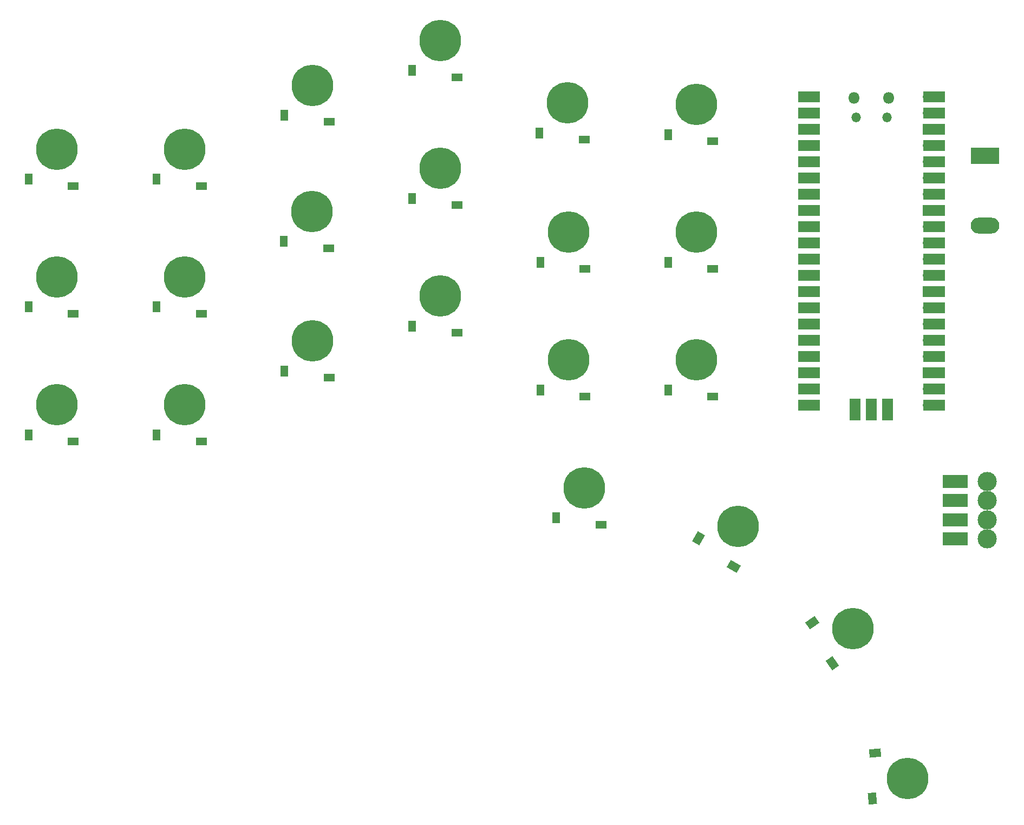
<source format=gbr>
%TF.GenerationSoftware,KiCad,Pcbnew,8.0.1*%
%TF.CreationDate,2024-05-05T07:35:19+02:00*%
%TF.ProjectId,PinkyPi,50696e6b-7950-4692-9e6b-696361645f70,rev?*%
%TF.SameCoordinates,Original*%
%TF.FileFunction,Soldermask,Top*%
%TF.FilePolarity,Negative*%
%FSLAX46Y46*%
G04 Gerber Fmt 4.6, Leading zero omitted, Abs format (unit mm)*
G04 Created by KiCad (PCBNEW 8.0.1) date 2024-05-05 07:35:19*
%MOMM*%
%LPD*%
G01*
G04 APERTURE LIST*
G04 Aperture macros list*
%AMRotRect*
0 Rectangle, with rotation*
0 The origin of the aperture is its center*
0 $1 length*
0 $2 width*
0 $3 Rotation angle, in degrees counterclockwise*
0 Add horizontal line*
21,1,$1,$2,0,0,$3*%
G04 Aperture macros list end*
%ADD10C,6.500000*%
%ADD11R,1.800000X1.300000*%
%ADD12R,1.300000X1.800000*%
%ADD13O,1.800000X1.800000*%
%ADD14O,1.500000X1.500000*%
%ADD15O,1.700000X1.700000*%
%ADD16R,3.500000X1.700000*%
%ADD17R,1.700000X1.700000*%
%ADD18R,1.700000X3.500000*%
%ADD19RotRect,1.800000X1.300000X330.000000*%
%ADD20RotRect,1.800000X1.300000X60.000000*%
%ADD21RotRect,1.800000X1.300000X275.000000*%
%ADD22RotRect,1.800000X1.300000X5.000000*%
%ADD23R,4.000000X2.000000*%
%ADD24C,3.000000*%
%ADD25RotRect,1.800000X1.300000X305.000000*%
%ADD26RotRect,1.800000X1.300000X35.000000*%
%ADD27R,4.500000X2.500000*%
%ADD28O,4.500000X2.500000*%
G04 APERTURE END LIST*
D10*
%TO.C,U7*%
X148400000Y-41750000D03*
D11*
X151000000Y-47500000D03*
D12*
X144000000Y-46450000D03*
%TD*%
D10*
%TO.C,U2*%
X128500000Y-52000000D03*
D11*
X131100000Y-57750000D03*
D12*
X124100000Y-56700000D03*
%TD*%
D10*
%TO.C,U18*%
X68500000Y-69000000D03*
D11*
X71100000Y-74750000D03*
D12*
X64100000Y-73700000D03*
%TD*%
D13*
%TO.C,U5*%
X193165000Y-40970000D03*
D14*
X193465000Y-44000000D03*
X198315000Y-44000000D03*
D13*
X198615000Y-40970000D03*
D15*
X187000000Y-40840000D03*
D16*
X186100000Y-40840000D03*
D15*
X187000000Y-43380000D03*
D16*
X186100000Y-43380000D03*
D17*
X187000000Y-45920000D03*
D16*
X186100000Y-45920000D03*
D15*
X187000000Y-48460000D03*
D16*
X186100000Y-48460000D03*
D15*
X187000000Y-51000000D03*
D16*
X186100000Y-51000000D03*
D15*
X187000000Y-53540000D03*
D16*
X186100000Y-53540000D03*
D15*
X187000000Y-56080000D03*
D16*
X186100000Y-56080000D03*
D17*
X187000000Y-58620000D03*
D16*
X186100000Y-58620000D03*
D15*
X187000000Y-61160000D03*
D16*
X186100000Y-61160000D03*
D15*
X187000000Y-63700000D03*
D16*
X186100000Y-63700000D03*
D15*
X187000000Y-66240000D03*
D16*
X186100000Y-66240000D03*
D15*
X187000000Y-68780000D03*
D16*
X186100000Y-68780000D03*
D17*
X187000000Y-71320000D03*
D16*
X186100000Y-71320000D03*
D15*
X187000000Y-73860000D03*
D16*
X186100000Y-73860000D03*
D15*
X187000000Y-76400000D03*
D16*
X186100000Y-76400000D03*
D15*
X187000000Y-78940000D03*
D16*
X186100000Y-78940000D03*
D15*
X187000000Y-81480000D03*
D16*
X186100000Y-81480000D03*
D17*
X187000000Y-84020000D03*
D16*
X186100000Y-84020000D03*
D15*
X187000000Y-86560000D03*
D16*
X186100000Y-86560000D03*
D15*
X187000000Y-89100000D03*
D16*
X186100000Y-89100000D03*
D15*
X204780000Y-89100000D03*
D16*
X205680000Y-89100000D03*
D15*
X204780000Y-86560000D03*
D16*
X205680000Y-86560000D03*
D17*
X204780000Y-84020000D03*
D16*
X205680000Y-84020000D03*
D15*
X204780000Y-81480000D03*
D16*
X205680000Y-81480000D03*
D15*
X204780000Y-78940000D03*
D16*
X205680000Y-78940000D03*
D15*
X204780000Y-76400000D03*
D16*
X205680000Y-76400000D03*
D15*
X204780000Y-73860000D03*
D16*
X205680000Y-73860000D03*
D17*
X204780000Y-71320000D03*
D16*
X205680000Y-71320000D03*
D15*
X204780000Y-68780000D03*
D16*
X205680000Y-68780000D03*
D15*
X204780000Y-66240000D03*
D16*
X205680000Y-66240000D03*
D15*
X204780000Y-63700000D03*
D16*
X205680000Y-63700000D03*
D15*
X204780000Y-61160000D03*
D16*
X205680000Y-61160000D03*
D17*
X204780000Y-58620000D03*
D16*
X205680000Y-58620000D03*
D15*
X204780000Y-56080000D03*
D16*
X205680000Y-56080000D03*
D15*
X204780000Y-53540000D03*
D16*
X205680000Y-53540000D03*
D15*
X204780000Y-51000000D03*
D16*
X205680000Y-51000000D03*
D15*
X204780000Y-48460000D03*
D16*
X205680000Y-48460000D03*
D17*
X204780000Y-45920000D03*
D16*
X205680000Y-45920000D03*
D15*
X204780000Y-43380000D03*
D16*
X205680000Y-43380000D03*
D15*
X204780000Y-40840000D03*
D16*
X205680000Y-40840000D03*
D15*
X193350000Y-88870000D03*
D18*
X193350000Y-89770000D03*
D17*
X195890000Y-88870000D03*
D18*
X195890000Y-89770000D03*
D15*
X198430000Y-88870000D03*
D18*
X198430000Y-89770000D03*
%TD*%
D10*
%TO.C,U1*%
X168500000Y-42000000D03*
D11*
X171100000Y-47750000D03*
D12*
X164100000Y-46700000D03*
%TD*%
D10*
%TO.C,U21*%
X68500000Y-49000000D03*
D11*
X71100000Y-54750000D03*
D12*
X64100000Y-53700000D03*
%TD*%
D10*
%TO.C,U12*%
X128500000Y-32000000D03*
D11*
X131100000Y-37750000D03*
D12*
X124100000Y-36700000D03*
%TD*%
D10*
%TO.C,U16*%
X151000000Y-102000000D03*
D11*
X153600000Y-107750000D03*
D12*
X146600000Y-106700000D03*
%TD*%
D10*
%TO.C,U11*%
X88500000Y-89000000D03*
D11*
X91100000Y-94750000D03*
D12*
X84100000Y-93700000D03*
%TD*%
D10*
%TO.C,U3*%
X88500000Y-69000000D03*
D11*
X91100000Y-74750000D03*
D12*
X84100000Y-73700000D03*
%TD*%
D10*
%TO.C,U22*%
X88500000Y-49000000D03*
D11*
X91100000Y-54750000D03*
D12*
X84100000Y-53700000D03*
%TD*%
D10*
%TO.C,U13*%
X148500000Y-62000000D03*
D11*
X151100000Y-67750000D03*
D12*
X144100000Y-66700000D03*
%TD*%
D10*
%TO.C,U9*%
X108400000Y-58750000D03*
D11*
X111000000Y-64500000D03*
D12*
X104000000Y-63450000D03*
%TD*%
D10*
%TO.C,U24*%
X175000000Y-108000000D03*
D19*
X174376666Y-114279646D03*
D20*
X168839488Y-109870319D03*
%TD*%
D10*
%TO.C,U19*%
X201500000Y-147500000D03*
D21*
X195998485Y-150591252D03*
D22*
X196434400Y-143526375D03*
%TD*%
D23*
%TO.C,U23*%
X209000000Y-110000000D03*
D24*
X214000000Y-110000000D03*
D23*
X209000000Y-107000000D03*
D24*
X214000000Y-107000000D03*
X214000000Y-104000000D03*
X214000000Y-101000000D03*
D23*
X209000000Y-104000000D03*
X209000000Y-101000000D03*
%TD*%
D10*
%TO.C,U8*%
X168500000Y-62000000D03*
D11*
X171100000Y-67750000D03*
D12*
X164100000Y-66700000D03*
%TD*%
D10*
%TO.C,U20*%
X68500000Y-89000000D03*
D11*
X71100000Y-94750000D03*
D12*
X64100000Y-93700000D03*
%TD*%
D10*
%TO.C,U10*%
X128500000Y-72000000D03*
D11*
X131100000Y-77750000D03*
D12*
X124100000Y-76700000D03*
%TD*%
D10*
%TO.C,U15*%
X108500000Y-39000000D03*
D11*
X111100000Y-44750000D03*
D12*
X104100000Y-43700000D03*
%TD*%
D10*
%TO.C,U17*%
X193000000Y-124000000D03*
D25*
X189781174Y-129427860D03*
D26*
X186626249Y-123091540D03*
%TD*%
D10*
%TO.C,U6*%
X108500000Y-79000000D03*
D11*
X111100000Y-84750000D03*
D12*
X104100000Y-83700000D03*
%TD*%
D10*
%TO.C,U4*%
X148500000Y-82000000D03*
D11*
X151100000Y-87750000D03*
D12*
X144100000Y-86700000D03*
%TD*%
D27*
%TO.C,D1*%
X213680000Y-50050000D03*
D28*
X213680000Y-60950000D03*
%TD*%
D10*
%TO.C,U14*%
X168500000Y-82000000D03*
D11*
X171100000Y-87750000D03*
D12*
X164100000Y-86700000D03*
%TD*%
M02*

</source>
